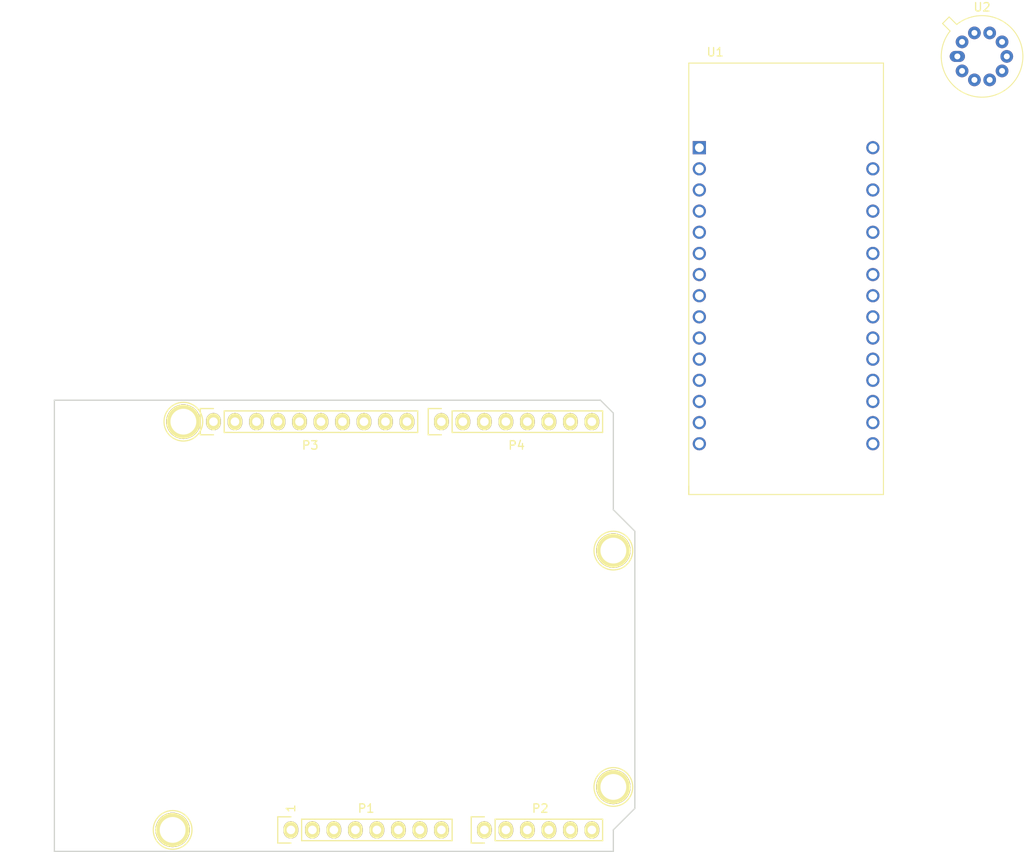
<source format=kicad_pcb>
(kicad_pcb (version 20211014) (generator pcbnew)
  (title_block (date "lun. 30 mars 2015"))
  (layers (0 "F.Cu" signal) (31 "B.Cu" signal) (34 "B.Paste" user) (35 "F.Paste" user) (36 "B.SilkS" user "B.Silkscreen") (37 "F.SilkS" user "F.Silkscreen") (38 "B.Mask" user) (39 "F.Mask" user) (44 "Edge.Cuts" user))
  (net 0 "")
  (net 1 "/IOREF")
  (net 2 "/Reset")
  (net 3 "+5V")
  (net 4 "GND")
  (net 5 "/Vin")
  (net 6 "/A0")
  (net 7 "/A1")
  (net 8 "/A2")
  (net 9 "/A3")
  (net 10 "/AREF")
  (net 11 "/A4(SDA)")
  (net 12 "/A5(SCL)")
  (net 13 "/9(**)")
  (net 14 "/8")
  (net 15 "/7")
  (net 16 "/6(**)")
  (net 17 "/5(**)")
  (net 18 "/4")
  (net 19 "/3(**)")
  (net 20 "/2")
  (net 21 "/1(Tx)")
  (net 22 "/0(Rx)")
  (net 24 "/11(**{slash}MOSI)")
  (net 25 "/10(**{slash}SS)")
  (net 27 "/13(SCK)")
  (net 30 "+3V3")
  (net 31 "/12(MISO)")
  (footprint "Socket_Arduino_Uno:Socket_Strip_Arduino_1x08" (layer "F.Cu") (at 138.938 123.825)
    (fp_text reference "P1" (at 8.89 -2.54) (layer "F.SilkS"))
    (fp_text value "Power")
    (fp_line (start 19.05 1.27) (end 19.05 -1.27) (layer "F.SilkS") (width 0.15))
    (fp_line (start 1.27 1.27) (end 19.05 1.27) (layer "F.SilkS") (width 0.15))
    (fp_line (start 19.05 -1.27) (end 1.27 -1.27) (layer "F.SilkS") (width 0.15))
    (fp_line (start 0 -1.55) (end -1.55 -1.55) (layer "F.SilkS") (width 0.15))
    (fp_line (start -1.55 -1.55) (end -1.55 1.55) (layer "F.SilkS") (width 0.15))
    (fp_line (start -1.55 1.55) (end 0 1.55) (layer "F.SilkS") (width 0.15))
    (fp_line (start 1.27 1.27) (end 1.27 -1.27) (layer "F.SilkS") (width 0.15))
    (pad "1" thru_hole oval locked (at 0 0) (size 1.7272 2.032) (drill 1.016) (layers *.Cu *.Mask "F.SilkS"))
    (pad "2" thru_hole oval locked (at 2.54 0) (size 1.7272 2.032) (drill 1.016) (layers *.Cu *.Mask "F.SilkS") (net 1 "/IOREF"))
    (pad "3" thru_hole oval locked (at 5.08 0) (size 1.7272 2.032) (drill 1.016) (layers *.Cu *.Mask "F.SilkS") (net 2 "/Reset"))
    (pad "4" thru_hole oval locked (at 7.62 0) (size 1.7272 2.032) (drill 1.016) (layers *.Cu *.Mask "F.SilkS") (net 30 "+3V3"))
    (pad "5" thru_hole oval locked (at 10.16 0) (size 1.7272 2.032) (drill 1.016) (layers *.Cu *.Mask "F.SilkS") (net 3 "+5V"))
    (pad "6" thru_hole oval locked (at 12.7 0) (size 1.7272 2.032) (drill 1.016) (layers *.Cu *.Mask "F.SilkS") (net 4 "GND"))
    (pad "7" thru_hole oval locked (at 15.24 0) (size 1.7272 2.032) (drill 1.016) (layers *.Cu *.Mask "F.SilkS") (net 4 "GND"))
    (pad "8" thru_hole oval locked (at 17.78 0) (size 1.7272 2.032) (drill 1.016) (layers *.Cu *.Mask "F.SilkS") (net 5 "/Vin"))
  )
  (footprint "Socket_Arduino_Uno:Socket_Strip_Arduino_1x06" (layer "F.Cu") (at 161.798 123.825)
    (fp_text reference "P2" (at 6.604 -2.54) (layer "F.SilkS"))
    (fp_text value "Analog")
    (fp_line (start 1.27 1.27) (end 1.27 -1.27) (layer "F.SilkS") (width 0.15))
    (fp_line (start 0 -1.55) (end -1.55 -1.55) (layer "F.SilkS") (width 0.15))
    (fp_line (start 13.97 -1.27) (end 1.27 -1.27) (layer "F.SilkS") (width 0.15))
    (fp_line (start 1.27 1.27) (end 13.97 1.27) (layer "F.SilkS") (width 0.15))
    (fp_line (start 13.97 1.27) (end 13.97 -1.27) (layer "F.SilkS") (width 0.15))
    (fp_line (start -1.55 -1.55) (end -1.55 1.55) (layer "F.SilkS") (width 0.15))
    (fp_line (start -1.55 1.55) (end 0 1.55) (layer "F.SilkS") (width 0.15))
    (pad "1" thru_hole oval locked (at 0 0) (size 1.7272 2.032) (drill 1.016) (layers *.Cu *.Mask "F.SilkS") (net 6 "/A0"))
    (pad "2" thru_hole oval locked (at 2.54 0) (size 1.7272 2.032) (drill 1.016) (layers *.Cu *.Mask "F.SilkS") (net 7 "/A1"))
    (pad "3" thru_hole oval locked (at 5.08 0) (size 1.7272 2.032) (drill 1.016) (layers *.Cu *.Mask "F.SilkS") (net 8 "/A2"))
    (pad "4" thru_hole oval locked (at 7.62 0) (size 1.7272 2.032) (drill 1.016) (layers *.Cu *.Mask "F.SilkS") (net 9 "/A3"))
    (pad "5" thru_hole oval locked (at 10.16 0) (size 1.7272 2.032) (drill 1.016) (layers *.Cu *.Mask "F.SilkS") (net 11 "/A4(SDA)"))
    (pad "6" thru_hole oval locked (at 12.7 0) (size 1.7272 2.032) (drill 1.016) (layers *.Cu *.Mask "F.SilkS") (net 12 "/A5(SCL)"))
  )
  (footprint "Socket_Arduino_Uno:Socket_Strip_Arduino_1x10" (layer "F.Cu") (at 129.794 75.565)
    (fp_text reference "P3" (at 11.43 2.794) (layer "F.SilkS"))
    (fp_text value "Digital")
    (fp_line (start -1.55 -1.55) (end -1.55 1.55) (layer "F.SilkS") (width 0.15))
    (fp_line (start 1.27 1.27) (end 24.13 1.27) (layer "F.SilkS") (width 0.15))
    (fp_line (start 24.13 1.27) (end 24.13 -1.27) (layer "F.SilkS") (width 0.15))
    (fp_line (start 24.13 -1.27) (end 1.27 -1.27) (layer "F.SilkS") (width 0.15))
    (fp_line (start 0 -1.55) (end -1.55 -1.55) (layer "F.SilkS") (width 0.15))
    (fp_line (start -1.55 1.55) (end 0 1.55) (layer "F.SilkS") (width 0.15))
    (fp_line (start 1.27 1.27) (end 1.27 -1.27) (layer "F.SilkS") (width 0.15))
    (pad "1" thru_hole oval locked (at 0 0) (size 1.7272 2.032) (drill 1.016) (layers *.Cu *.Mask "F.SilkS") (net 12 "/A5(SCL)"))
    (pad "2" thru_hole oval locked (at 2.54 0) (size 1.7272 2.032) (drill 1.016) (layers *.Cu *.Mask "F.SilkS") (net 11 "/A4(SDA)"))
    (pad "3" thru_hole oval locked (at 5.08 0) (size 1.7272 2.032) (drill 1.016) (layers *.Cu *.Mask "F.SilkS") (net 10 "/AREF"))
    (pad "4" thru_hole oval locked (at 7.62 0) (size 1.7272 2.032) (drill 1.016) (layers *.Cu *.Mask "F.SilkS") (net 4 "GND"))
    (pad "5" thru_hole oval locked (at 10.16 0) (size 1.7272 2.032) (drill 1.016) (layers *.Cu *.Mask "F.SilkS") (net 27 "/13(SCK)"))
    (pad "6" thru_hole oval locked (at 12.7 0) (size 1.7272 2.032) (drill 1.016) (layers *.Cu *.Mask "F.SilkS") (net 31 "/12(MISO)"))
    (pad "7" thru_hole oval locked (at 15.24 0) (size 1.7272 2.032) (drill 1.016) (layers *.Cu *.Mask "F.SilkS") (net 24 "/11(**{slash}MOSI)"))
    (pad "8" thru_hole oval locked (at 17.78 0) (size 1.7272 2.032) (drill 1.016) (layers *.Cu *.Mask "F.SilkS") (net 25 "/10(**{slash}SS)"))
    (pad "9" thru_hole oval locked (at 20.32 0) (size 1.7272 2.032) (drill 1.016) (layers *.Cu *.Mask "F.SilkS") (net 13 "/9(**)"))
    (pad "10" thru_hole oval locked (at 22.86 0) (size 1.7272 2.032) (drill 1.016) (layers *.Cu *.Mask "F.SilkS") (net 14 "/8"))
  )
  (footprint "Socket_Arduino_Uno:Socket_Strip_Arduino_1x08" (layer "F.Cu") (at 156.718 75.565)
    (fp_text reference "P4" (at 8.89 2.794) (layer "F.SilkS"))
    (fp_text value "Digital")
    (fp_line (start 19.05 -1.27) (end 1.27 -1.27) (layer "F.SilkS") (width 0.15))
    (fp_line (start -1.55 1.55) (end 0 1.55) (layer "F.SilkS") (width 0.15))
    (fp_line (start 1.27 1.27) (end 19.05 1.27) (layer "F.SilkS") (width 0.15))
    (fp_line (start 1.27 1.27) (end 1.27 -1.27) (layer "F.SilkS") (width 0.15))
    (fp_line (start 0 -1.55) (end -1.55 -1.55) (layer "F.SilkS") (width 0.15))
    (fp_line (start 19.05 1.27) (end 19.05 -1.27) (layer "F.SilkS") (width 0.15))
    (fp_line (start -1.55 -1.55) (end -1.55 1.55) (layer "F.SilkS") (width 0.15))
    (pad "1" thru_hole oval locked (at 0 0) (size 1.7272 2.032) (drill 1.016) (layers *.Cu *.Mask "F.SilkS") (net 15 "/7"))
    (pad "2" thru_hole oval locked (at 2.54 0) (size 1.7272 2.032) (drill 1.016) (layers *.Cu *.Mask "F.SilkS") (net 16 "/6(**)"))
    (pad "3" thru_hole oval locked (at 5.08 0) (size 1.7272 2.032) (drill 1.016) (layers *.Cu *.Mask "F.SilkS") (net 17 "/5(**)"))
    (pad "4" thru_hole oval locked (at 7.62 0) (size 1.7272 2.032) (drill 1.016) (layers *.Cu *.Mask "F.SilkS") (net 18 "/4"))
    (pad "5" thru_hole oval locked (at 10.16 0) (size 1.7272 2.032) (drill 1.016) (layers *.Cu *.Mask "F.SilkS") (net 19 "/3(**)"))
    (pad "6" thru_hole oval locked (at 12.7 0) (size 1.7272 2.032) (drill 1.016) (layers *.Cu *.Mask "F.SilkS") (net 20 "/2"))
    (pad "7" thru_hole oval locked (at 15.24 0) (size 1.7272 2.032) (drill 1.016) (layers *.Cu *.Mask "F.SilkS") (net 21 "/1(Tx)"))
    (pad "8" thru_hole oval locked (at 17.78 0) (size 1.7272 2.032) (drill 1.016) (layers *.Cu *.Mask "F.SilkS") (net 22 "/0(Rx)"))
  )
  (footprint "Socket_Arduino_Uno:Arduino_1pin" (layer "F.Cu") (at 124.968 123.825)
    (fp_text reference "P5" hide)
    (fp_text value "CONN_01X01" hide)
    (fp_circle (center 0 0) (end 0 -2.286) (layer "F.SilkS") (width 0.15) (fill none))
    (pad "1" thru_hole circle locked (at 0 0) (size 4.064 4.064) (drill 3.048) (layers *.Cu *.Mask "F.SilkS"))
  )
  (footprint "Socket_Arduino_Uno:Arduino_1pin" (layer "F.Cu") (at 177.038 118.745)
    (fp_text reference "P6" hide)
    (fp_text value "CONN_01X01" hide)
    (fp_circle (center 0 0) (end 0 -2.286) (layer "F.SilkS") (width 0.15) (fill none))
    (pad "1" thru_hole circle locked (at 0 0) (size 4.064 4.064) (drill 3.048) (layers *.Cu *.Mask "F.SilkS"))
  )
  (footprint "Socket_Arduino_Uno:Arduino_1pin" (layer "F.Cu") (at 126.238 75.565)
    (fp_text reference "P7" hide)
    (fp_text value "CONN_01X01" hide)
    (fp_circle (center 0 0) (end 0 -2.286) (layer "F.SilkS") (width 0.15) (fill none))
    (pad "1" thru_hole circle locked (at 0 0) (size 4.064 4.064) (drill 3.048) (layers *.Cu *.Mask "F.SilkS"))
  )
  (footprint "Socket_Arduino_Uno:Arduino_1pin" (layer "F.Cu") (at 177.038 90.805)
    (fp_text reference "P8" hide)
    (fp_text value "CONN_01X01" hide)
    (fp_circle (center 0 0) (end 0 -2.286) (layer "F.SilkS") (width 0.15) (fill none))
    (pad "1" thru_hole circle locked (at 0 0) (size 4.064 4.064) (drill 3.048) (layers *.Cu *.Mask "F.SilkS"))
  )
  (footprint "Socket_Arduino_Uno:Sensor_gas_package" (layer "F.Cu") (at 217.678 32.385)
    (fp_text reference "U2" (at 2.92 -5.82) (layer "F.SilkS"))
    (fp_text value "gas_sens")
    (fp_line (start -1.745856 -3.888039) (end -0.854902 -2.997084) (layer "F.SilkS") (width 0.12))
    (fp_line (start -0.968039 -4.665856) (end -1.745856 -3.888039) (layer "F.SilkS") (width 0.12))
    (fp_line (start -0.077084 -3.774902) (end -0.968039 -4.665856) (layer "F.SilkS") (width 0.12))
    (fp_arc (start -0.077084 -3.774902) (mid 6.328125 3.408384) (end -0.854674 -2.997371) (layer "F.SilkS") (width 0.12))
    (pad "1" thru_hole oval (at 0 0) (size 1.8 1.3) (drill 0.7) (layers *.Cu *.Mask))
    (pad "2" thru_hole oval (at 0.55767 1.716333) (size 1.5 1.5) (drill 0.7) (layers *.Cu *.Mask))
    (pad "3" thru_hole oval (at 2.01767 2.777085) (size 1.5 1.5) (drill 0.7) (layers *.Cu *.Mask))
    (pad "4" thru_hole oval (at 3.82233 2.777085) (size 1.5 1.5) (drill 0.7) (layers *.Cu *.Mask))
    (pad "5" thru_hole oval (at 5.28233 1.716333) (size 1.5 1.5) (drill 0.7) (layers *.Cu *.Mask))
    (pad "6" thru_hole oval (at 5.84 0) (size 1.5 1.5) (drill 0.7) (layers *.Cu *.Mask))
    (pad "7" thru_hole oval (at 5.28233 -1.716333) (size 1.5 1.5) (drill 0.7) (layers *.Cu *.Mask))
    (pad "8" thru_hole oval (at 3.82233 -2.777085) (size 1.5 1.5) (drill 0.7) (layers *.Cu *.Mask))
    (pad "9" thru_hole oval (at 2.01767 -2.777085) (size 1.5 1.5) (drill 0.7) (layers *.Cu *.Mask))
    (pad "10" thru_hole oval (at 0.55767 -1.716333) (size 1.5 1.5) (drill 0.7) (layers *.Cu *.Mask))
  )
  (footprint "ESP32-DEVKITC-32D:ESP32_DEVKIT_SENSOR_GAS" (layer "F.Cu") (at 199.898 60.325)
    (fp_text reference "U1" (at -10.829175 -28.446045) (layer "F.SilkS") (effects (font (size 1.000386 1.000386))))
    (fp_text value "ESP32-DEVKITC-32D")
    (fp_line (start 9.05 23.85) (end -13.95 23.85) (layer "F.SilkS") (width 0.127))
    (fp_line (start -13.95 23.85) (end -13.95 -27.15) (layer "F.SilkS") (width 0.127))
    (fp_line (start 9.05 -27.15) (end 9.05 23.85) (layer "F.SilkS") (width 0.127))
    (fp_line (start -13.95 -27.15) (end 9.05 -27.15) (layer "F.SilkS") (width 0.127))
    (fp_line (start -13.95 23.85) (end -13.95 22.86) (layer "F.SilkS") (width 0.127))
    (pad "1" thru_hole rect (at -12.7 -17.15) (size 1.56 1.56) (drill 1.04) (layers *.Cu *.Mask))
    (pad "2" thru_hole circle (at -12.7 -14.65) (size 1.56 1.56) (drill 1.04) (layers *.Cu *.Mask))
    (pad "3" thru_hole circle (at -12.7 -12.15) (size 1.56 1.56) (drill 1.04) (layers *.Cu *.Mask))
    (pad "4" thru_hole circle (at -12.7 -9.65) (size 1.56 1.56) (drill 1.04) (layers *.Cu *.Mask))
    (pad "5" thru_hole circle (at -12.7 -7.15) (size 1.56 1.56) (drill 1.04) (layers *.Cu *.Mask))
    (pad "6" thru_hole circle (at -12.7 -4.65) (size 1.56 1.56) (drill 1.04) (layers *.Cu *.Mask))
    (pad "7" thru_hole circle (at -12.7 -2.15) (size 1.56 1.56) (drill 1.04) (layers *.Cu *.Mask))
    (pad "8" thru_hole circle (at -12.7 0.35) (size 1.56 1.56) (drill 1.04) (layers *.Cu *.Mask))
    (pad "9" thru_hole circle (at -12.7 2.85) (size 1.56 1.56) (drill 1.04) (layers *.Cu *.Mask))
    (pad "10" thru_hole circle (at -12.7 5.35) (size 1.56 1.56) (drill 1.04) (layers *.Cu *.Mask))
    (pad "11" thru_hole circle (at -12.7 7.85) (size 1.56 1.56) (drill 1.04) (layers *.Cu *.Mask))
    (pad "12" thru_hole circle (at -12.7 10.35) (size 1.56 1.56) (drill 1.04) (layers *.Cu *.Mask))
    (pad "13" thru_hole circle (at -12.7 12.85) (size 1.56 1.56) (drill 1.04) (layers *.Cu *.Mask))
    (pad "14" thru_hole circle (at -12.7 15.35) (size 1.56 1.56) (drill 1.04) (layers *.Cu *.Mask))
    (pad "15" thru_hole circle (at -12.7 17.85) (size 1.56 1.56) (drill 1.04) (layers *.Cu *.Mask))
    (pad "20" thru_hole circle (at 7.8 -17.15) (size 1.56 1.56) (drill 1.04) (layers *.Cu *.Mask))
    (pad "21" thru_hole circle (at 7.8 -14.65) (size 1.56 1.56) (drill 1.04) (layers *.Cu *.Mask))
    (pad "22" thru_hole circle (at 7.8 -12.15) (size 1.56 1.56) (drill 1.04) (layers *.Cu *.Mask))
    (pad "23" thru_hole circle (at 7.8 -9.65) (size 1.56 1.56) (drill 1.04) (layers *.Cu *.Mask))
    (pad "24" thru_hole circle (at 7.8 -7.15) (size 1.56 1.56) (drill 1.04) (layers *.Cu *.Mask))
    (pad "25" thru_hole circle (at 7.8 -4.65) (size 1.56 1.56) (drill 1.04) (layers *.Cu *.Mask))
    (pad "26" thru_hole circle (at 7.8 -2.15) (size 1.56 1.56) (drill 1.04) (layers *.Cu *.Mask))
    (pad "27" thru_hole circle (at 7.8 0.35) (size 1.56 1.56) (drill 1.04) (layers *.Cu *.Mask))
    (pad "28" thru_hole circle (at 7.8 2.85) (size 1.56 1.56) (drill 1.04) (layers *.Cu *.Mask))
    (pad "29" thru_hole circle (at 7.8 5.35) (size 1.56 1.56) (drill 1.04) (layers *.Cu *.Mask))
    (pad "30" thru_hole circle (at 7.8 7.85) (size 1.56 1.56) (drill 1.04) (layers *.Cu *.Mask))
    (pad "31" thru_hole circle (at 7.8 10.35) (size 1.56 1.56) (drill 1.04) (layers *.Cu *.Mask))
    (pad "32" thru_hole circle (at 7.8 12.85) (size 1.56 1.56) (drill 1.04) (layers *.Cu *.Mask))
    (pad "33" thru_hole circle (at 7.8 15.35) (size 1.56 1.56) (drill 1.04) (layers *.Cu *.Mask))
    (pad "34" thru_hole circle (at 7.8 17.85) (size 1.56 1.56) (drill 1.04) (layers *.Cu *.Mask))
  )
  (gr_line (start 179.578 88.519) (end 177.038 85.979) (layer "Edge.Cuts") (width 0.15))
  (gr_line (start 177.038 126.365) (end 177.038 123.825) (layer "Edge.Cuts") (width 0.15))
  (gr_line (start 177.038 74.549) (end 175.514 73.025) (layer "Edge.Cuts") (width 0.15))
  (gr_line (start 177.038 123.825) (end 179.578 121.285) (layer "Edge.Cuts") (width 0.15))
  (gr_line (start 110.998 73.025) (end 110.998 126.365) (layer "Edge.Cuts") (width 0.15))
  (gr_line (start 179.578 121.285) (end 179.578 88.519) (layer "Edge.Cuts") (width 0.15))
  (gr_line (start 110.998 126.365) (end 177.038 126.365) (layer "Edge.Cuts") (width 0.15))
  (gr_line (start 175.514 73.025) (end 110.998 73.025) (layer "Edge.Cuts") (width 0.15))
  (gr_line (start 177.038 85.979) (end 177.038 74.549) (layer "Edge.Cuts") (width 0.15))
  (gr_text "1" (at 138.938 121.285 90) (layer "F.SilkS") (effects (font (size 1 1))))
)
</source>
